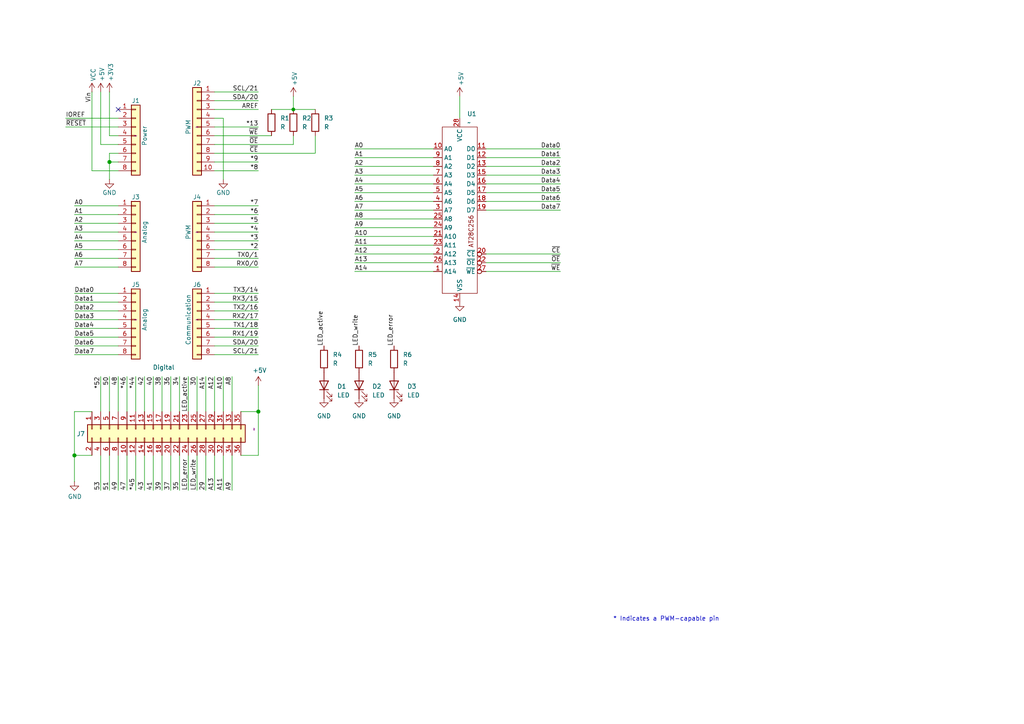
<source format=kicad_sch>
(kicad_sch (version 20250114) (generator "eeschema") (generator_version "9.0")
  (paper "A4")
  (title_block (date "mar. 31 mars 2015"))
  (lib_symbols
    (symbol "Connector_Generic:Conn_01x08" (pin_names (offset 1.016) (hide yes))
      (property "Reference" "J" (at 0 10.16 0))
      (property "Value" "Conn_01x08" (at 0 -12.7 0))
      (symbol "Conn_01x08_1_1"
        (rectangle (start -1.27 8.89) (end 1.27 -11.43) (stroke (width 0.254)) (fill (type background)))
        (rectangle (start -1.27 7.747) (end 0 7.493) (stroke (width 0.1524)))
        (rectangle (start -1.27 5.207) (end 0 4.953) (stroke (width 0.1524)))
        (rectangle (start -1.27 2.667) (end 0 2.413) (stroke (width 0.1524)))
        (rectangle (start -1.27 0.127) (end 0 -0.127) (stroke (width 0.1524)))
        (rectangle (start -1.27 -2.413) (end 0 -2.667) (stroke (width 0.1524)))
        (rectangle (start -1.27 -4.953) (end 0 -5.207) (stroke (width 0.1524)))
        (rectangle (start -1.27 -7.493) (end 0 -7.747) (stroke (width 0.1524)))
        (rectangle (start -1.27 -10.033) (end 0 -10.287) (stroke (width 0.1524)))
        (pin passive line (at -5.08 7.62 0) (length 3.81) (name "Pin_1") (number "1"))
        (pin passive line (at -5.08 5.08 0) (length 3.81) (name "Pin_2") (number "2"))
        (pin passive line (at -5.08 2.54 0) (length 3.81) (name "Pin_3") (number "3"))
        (pin passive line (at -5.08 0 0) (length 3.81) (name "Pin_4") (number "4"))
        (pin passive line (at -5.08 -2.54 0) (length 3.81) (name "Pin_5") (number "5"))
        (pin passive line (at -5.08 -5.08 0) (length 3.81) (name "Pin_6") (number "6"))
        (pin passive line (at -5.08 -7.62 0) (length 3.81) (name "Pin_7") (number "7"))
        (pin passive line (at -5.08 -10.16 0) (length 3.81) (name "Pin_8") (number "8"))
      )
    )
    (symbol "Connector_Generic:Conn_01x10" (pin_names (offset 1.016) (hide yes))
      (property "Reference" "J" (at 0 12.7 0))
      (property "Value" "Conn_01x10" (at 0 -15.24 0))
      (symbol "Conn_01x10_1_1"
        (rectangle (start -1.27 11.43) (end 1.27 -13.97) (stroke (width 0.254)) (fill (type background)))
        (rectangle (start -1.27 10.287) (end 0 10.033) (stroke (width 0.1524)))
        (rectangle (start -1.27 7.747) (end 0 7.493) (stroke (width 0.1524)))
        (rectangle (start -1.27 5.207) (end 0 4.953) (stroke (width 0.1524)))
        (rectangle (start -1.27 2.667) (end 0 2.413) (stroke (width 0.1524)))
        (rectangle (start -1.27 0.127) (end 0 -0.127) (stroke (width 0.1524)))
        (rectangle (start -1.27 -2.413) (end 0 -2.667) (stroke (width 0.1524)))
        (rectangle (start -1.27 -4.953) (end 0 -5.207) (stroke (width 0.1524)))
        (rectangle (start -1.27 -7.493) (end 0 -7.747) (stroke (width 0.1524)))
        (rectangle (start -1.27 -10.033) (end 0 -10.287) (stroke (width 0.1524)))
        (rectangle (start -1.27 -12.573) (end 0 -12.827) (stroke (width 0.1524)))
        (pin passive line (at -5.08 10.16 0) (length 3.81) (name "Pin_1") (number "1"))
        (pin passive line (at -5.08 7.62 0) (length 3.81) (name "Pin_2") (number "2"))
        (pin passive line (at -5.08 5.08 0) (length 3.81) (name "Pin_3") (number "3"))
        (pin passive line (at -5.08 2.54 0) (length 3.81) (name "Pin_4") (number "4"))
        (pin passive line (at -5.08 0 0) (length 3.81) (name "Pin_5") (number "5"))
        (pin passive line (at -5.08 -2.54 0) (length 3.81) (name "Pin_6") (number "6"))
        (pin passive line (at -5.08 -5.08 0) (length 3.81) (name "Pin_7") (number "7"))
        (pin passive line (at -5.08 -7.62 0) (length 3.81) (name "Pin_8") (number "8"))
        (pin passive line (at -5.08 -10.16 0) (length 3.81) (name "Pin_9") (number "9"))
        (pin passive line (at -5.08 -12.7 0) (length 3.81) (name "Pin_10") (number "10"))
      )
    )
    (symbol "Connector_Generic:Conn_02x18_Odd_Even" (pin_names (offset 1.016) (hide yes))
      (property "Reference" "J" (at 1.27 22.86 0))
      (property "Value" "Conn_02x18_Odd_Even" (at 1.27 -25.4 0))
      (symbol "Conn_02x18_Odd_Even_1_1"
        (rectangle (start -1.27 21.59) (end 3.81 -24.13) (stroke (width 0.254)) (fill (type background)))
        (rectangle (start -1.27 20.447) (end 0 20.193) (stroke (width 0.1524)))
        (rectangle (start -1.27 17.907) (end 0 17.653) (stroke (width 0.1524)))
        (rectangle (start -1.27 15.367) (end 0 15.113) (stroke (width 0.1524)))
        (rectangle (start -1.27 12.827) (end 0 12.573) (stroke (width 0.1524)))
        (rectangle (start -1.27 10.287) (end 0 10.033) (stroke (width 0.1524)))
        (rectangle (start -1.27 7.747) (end 0 7.493) (stroke (width 0.1524)))
        (rectangle (start -1.27 5.207) (end 0 4.953) (stroke (width 0.1524)))
        (rectangle (start -1.27 2.667) (end 0 2.413) (stroke (width 0.1524)))
        (rectangle (start -1.27 0.127) (end 0 -0.127) (stroke (width 0.1524)))
        (rectangle (start -1.27 -2.413) (end 0 -2.667) (stroke (width 0.1524)))
        (rectangle (start -1.27 -4.953) (end 0 -5.207) (stroke (width 0.1524)))
        (rectangle (start -1.27 -7.493) (end 0 -7.747) (stroke (width 0.1524)))
        (rectangle (start -1.27 -10.033) (end 0 -10.287) (stroke (width 0.1524)))
        (rectangle (start -1.27 -12.573) (end 0 -12.827) (stroke (width 0.1524)))
        (rectangle (start -1.27 -15.113) (end 0 -15.367) (stroke (width 0.1524)))
        (rectangle (start -1.27 -17.653) (end 0 -17.907) (stroke (width 0.1524)))
        (rectangle (start -1.27 -20.193) (end 0 -20.447) (stroke (width 0.1524)))
        (rectangle (start -1.27 -22.733) (end 0 -22.987) (stroke (width 0.1524)))
        (rectangle (start 3.81 20.447) (end 2.54 20.193) (stroke (width 0.1524)))
        (rectangle (start 3.81 17.907) (end 2.54 17.653) (stroke (width 0.1524)))
        (rectangle (start 3.81 15.367) (end 2.54 15.113) (stroke (width 0.1524)))
        (rectangle (start 3.81 12.827) (end 2.54 12.573) (stroke (width 0.1524)))
        (rectangle (start 3.81 10.287) (end 2.54 10.033) (stroke (width 0.1524)))
        (rectangle (start 3.81 7.747) (end 2.54 7.493) (stroke (width 0.1524)))
        (rectangle (start 3.81 5.207) (end 2.54 4.953) (stroke (width 0.1524)))
        (rectangle (start 3.81 2.667) (end 2.54 2.413) (stroke (width 0.1524)))
        (rectangle (start 3.81 0.127) (end 2.54 -0.127) (stroke (width 0.1524)))
        (rectangle (start 3.81 -2.413) (end 2.54 -2.667) (stroke (width 0.1524)))
        (rectangle (start 3.81 -4.953) (end 2.54 -5.207) (stroke (width 0.1524)))
        (rectangle (start 3.81 -7.493) (end 2.54 -7.747) (stroke (width 0.1524)))
        (rectangle (start 3.81 -10.033) (end 2.54 -10.287) (stroke (width 0.1524)))
        (rectangle (start 3.81 -12.573) (end 2.54 -12.827) (stroke (width 0.1524)))
        (rectangle (start 3.81 -15.113) (end 2.54 -15.367) (stroke (width 0.1524)))
        (rectangle (start 3.81 -17.653) (end 2.54 -17.907) (stroke (width 0.1524)))
        (rectangle (start 3.81 -20.193) (end 2.54 -20.447) (stroke (width 0.1524)))
        (rectangle (start 3.81 -22.733) (end 2.54 -22.987) (stroke (width 0.1524)))
        (pin passive line (at -5.08 20.32 0) (length 3.81) (name "Pin_1") (number "1"))
        (pin passive line (at -5.08 17.78 0) (length 3.81) (name "Pin_3") (number "3"))
        (pin passive line (at -5.08 15.24 0) (length 3.81) (name "Pin_5") (number "5"))
        (pin passive line (at -5.08 12.7 0) (length 3.81) (name "Pin_7") (number "7"))
        (pin passive line (at -5.08 10.16 0) (length 3.81) (name "Pin_9") (number "9"))
        (pin passive line (at -5.08 7.62 0) (length 3.81) (name "Pin_11") (number "11"))
        (pin passive line (at -5.08 5.08 0) (length 3.81) (name "Pin_13") (number "13"))
        (pin passive line (at -5.08 2.54 0) (length 3.81) (name "Pin_15") (number "15"))
        (pin passive line (at -5.08 0 0) (length 3.81) (name "Pin_17") (number "17"))
        (pin passive line (at -5.08 -2.54 0) (length 3.81) (name "Pin_19") (number "19"))
        (pin passive line (at -5.08 -5.08 0) (length 3.81) (name "Pin_21") (number "21"))
        (pin passive line (at -5.08 -7.62 0) (length 3.81) (name "Pin_23") (number "23"))
        (pin passive line (at -5.08 -10.16 0) (length 3.81) (name "Pin_25") (number "25"))
        (pin passive line (at -5.08 -12.7 0) (length 3.81) (name "Pin_27") (number "27"))
        (pin passive line (at -5.08 -15.24 0) (length 3.81) (name "Pin_29") (number "29"))
        (pin passive line (at -5.08 -17.78 0) (length 3.81) (name "Pin_31") (number "31"))
        (pin passive line (at -5.08 -20.32 0) (length 3.81) (name "Pin_33") (number "33"))
        (pin passive line (at -5.08 -22.86 0) (length 3.81) (name "Pin_35") (number "35"))
        (pin passive line (at 7.62 20.32 180) (length 3.81) (name "Pin_2") (number "2"))
        (pin passive line (at 7.62 17.78 180) (length 3.81) (name "Pin_4") (number "4"))
        (pin passive line (at 7.62 15.24 180) (length 3.81) (name "Pin_6") (number "6"))
        (pin passive line (at 7.62 12.7 180) (length 3.81) (name "Pin_8") (number "8"))
        (pin passive line (at 7.62 10.16 180) (length 3.81) (name "Pin_10") (number "10"))
        (pin passive line (at 7.62 7.62 180) (length 3.81) (name "Pin_12") (number "12"))
        (pin passive line (at 7.62 5.08 180) (length 3.81) (name "Pin_14") (number "14"))
        (pin passive line (at 7.62 2.54 180) (length 3.81) (name "Pin_16") (number "16"))
        (pin passive line (at 7.62 0 180) (length 3.81) (name "Pin_18") (number "18"))
        (pin passive line (at 7.62 -2.54 180) (length 3.81) (name "Pin_20") (number "20"))
        (pin passive line (at 7.62 -5.08 180) (length 3.81) (name "Pin_22") (number "22"))
        (pin passive line (at 7.62 -7.62 180) (length 3.81) (name "Pin_24") (number "24"))
        (pin passive line (at 7.62 -10.16 180) (length 3.81) (name "Pin_26") (number "26"))
        (pin passive line (at 7.62 -12.7 180) (length 3.81) (name "Pin_28") (number "28"))
        (pin passive line (at 7.62 -15.24 180) (length 3.81) (name "Pin_30") (number "30"))
        (pin passive line (at 7.62 -17.78 180) (length 3.81) (name "Pin_32") (number "32"))
        (pin passive line (at 7.62 -20.32 180) (length 3.81) (name "Pin_34") (number "34"))
        (pin passive line (at 7.62 -22.86 180) (length 3.81) (name "Pin_36") (number "36"))
      )
    )
    (symbol "Device:LED" (pin_numbers (hide yes)) (pin_names (offset 1.016) (hide yes))
      (property "Reference" "D" (at 0 2.54 0))
      (property "Value" "LED" (at 0 -2.54 0))
      (symbol "LED_0_1"
        (polyline (pts (xy -3.048 -0.762) (xy -4.572 -2.286) (xy -3.81 -2.286) (xy -4.572 -2.286) (xy -4.572 -1.524)))
        (polyline (pts (xy -1.778 -0.762) (xy -3.302 -2.286) (xy -2.54 -2.286) (xy -3.302 -2.286) (xy -3.302 -1.524)))
        (polyline (pts (xy -1.27 0) (xy 1.27 0)))
        (polyline (pts (xy -1.27 -1.27) (xy -1.27 1.27)) (stroke (width 0.254)))
        (polyline (pts (xy 1.27 -1.27) (xy 1.27 1.27) (xy -1.27 0) (xy 1.27 -1.27)) (stroke (width 0.254)))
      )
      (symbol "LED_1_1"
        (pin passive line (at -3.81 0 0) (length 2.54) (name "K") (number "1"))
        (pin passive line (at 3.81 0 180) (length 2.54) (name "A") (number "2"))
      )
    )
    (symbol "Device:R" (pin_numbers (hide yes)) (pin_names (offset 0))
      (property "Reference" "R" (at 2.032 0 90))
      (property "Value" "R" (at 0 0 90))
      (symbol "R_0_1"
        (rectangle (start -1.016 -2.54) (end 1.016 2.54) (stroke (width 0.254)))
      )
      (symbol "R_1_1"
        (pin passive line (at 0 3.81 270) (length 1.27) (name "~") (number "1"))
        (pin passive line (at 0 -3.81 90) (length 1.27) (name "~") (number "2"))
      )
    )
    (symbol "customs:AT28C256"
      (property "Reference" "U" (at 0 0 0))
      (symbol "AT28C256_0_0"
        (pin input line (at -7.62 -11.43 0) (length 2.54) (name "A0") (number "10"))
        (pin input line (at -7.62 -13.97 0) (length 2.54) (name "A1") (number "9"))
        (pin input line (at -7.62 -16.51 0) (length 2.54) (name "A2") (number "8"))
        (pin input line (at -7.62 -19.05 0) (length 2.54) (name "A3") (number "7"))
        (pin input line (at -7.62 -21.59 0) (length 2.54) (name "A4") (number "6"))
        (pin input line (at -7.62 -24.13 0) (length 2.54) (name "A5") (number "5"))
        (pin input line (at -7.62 -26.67 0) (length 2.54) (name "A6") (number "4"))
        (pin input line (at -7.62 -29.21 0) (length 2.54) (name "A7") (number "3"))
        (pin input line (at -7.62 -31.75 0) (length 2.54) (name "A8") (number "25"))
        (pin input line (at -7.62 -34.29 0) (length 2.54) (name "A9") (number "24"))
        (pin input line (at -7.62 -36.83 0) (length 2.54) (name "A10") (number "21"))
        (pin input line (at -7.62 -39.37 0) (length 2.54) (name "A11") (number "23"))
        (pin input line (at -7.62 -41.91 0) (length 2.54) (name "A12") (number "2"))
        (pin power_in line (at 0 -2.54 270) (length 2.54) (name "VCC") (number "28"))
        (pin tri_state line (at 7.62 -11.43 180) (length 2.54) (name "D0") (number "11"))
        (pin tri_state line (at 7.62 -13.97 180) (length 2.54) (name "D1") (number "12"))
        (pin tri_state line (at 7.62 -16.51 180) (length 2.54) (name "D2") (number "13"))
        (pin tri_state line (at 7.62 -19.05 180) (length 2.54) (name "D3") (number "15"))
        (pin tri_state line (at 7.62 -21.59 180) (length 2.54) (name "D4") (number "16"))
        (pin tri_state line (at 7.62 -24.13 180) (length 2.54) (name "D5") (number "17"))
        (pin tri_state line (at 7.62 -26.67 180) (length 2.54) (name "D6") (number "18"))
        (pin tri_state line (at 7.62 -29.21 180) (length 2.54) (name "D7") (number "19"))
        (pin input inverted (at 7.62 -44.45 180) (length 2.54) (name "~{OE}") (number "22"))
        (pin input inverted (at 7.62 -46.99 180) (length 2.54) (name "~{WE}") (number "27"))
      )
      (symbol "AT28C256_0_1"
        (rectangle (start -5.08 -5.08) (end 5.08 -53.34))
      )
      (symbol "AT28C256_1_0"
        (pin input line (at -7.62 -44.45 0) (length 2.54) (name "A13") (number "26"))
        (pin input line (at -7.62 -46.99 0) (length 2.54) (name "A14") (number "1"))
        (pin power_in line (at 0 -55.88 90) (length 2.54) (name "VSS") (number "14"))
        (pin input inverted (at 7.62 -41.91 180) (length 2.54) (name "~{CE}") (number "20"))
      )
      (symbol "AT28C256_1_1"
        (text "AT28C256" (at 3.302 -35.306 900) (effects (font (size 1.27 1.27))))
      )
    )
    (symbol "power:+3V3" (power) (pin_numbers (hide yes)) (pin_names (offset 0) (hide yes))
      (property "Value" "+3V3" (at 0 3.556 0))
      (symbol "+3V3_0_1"
        (polyline (pts (xy -0.762 1.27) (xy 0 2.54)))
        (polyline (pts (xy 0 2.54) (xy 0.762 1.27)))
        (polyline (pts (xy 0 0) (xy 0 2.54)))
      )
      (symbol "+3V3_1_1"
        (pin power_in line (at 0 0 90) (length 0) (name "~") (number "1"))
      )
    )
    (symbol "power:+5V" (power) (pin_numbers (hide yes)) (pin_names (offset 0) (hide yes))
      (property "Value" "+5V" (at 0 3.556 0))
      (symbol "+5V_0_1"
        (polyline (pts (xy -0.762 1.27) (xy 0 2.54)))
        (polyline (pts (xy 0 2.54) (xy 0.762 1.27)))
        (polyline (pts (xy 0 0) (xy 0 2.54)))
      )
      (symbol "+5V_1_1"
        (pin power_in line (at 0 0 90) (length 0) (name "~") (number "1"))
      )
    )
    (symbol "power:GND" (power) (pin_numbers (hide yes)) (pin_names (offset 0) (hide yes))
      (property "Value" "GND" (at 0 -3.81 0))
      (symbol "GND_0_1"
        (polyline (pts (xy 0 0) (xy 0 -1.27) (xy 1.27 -1.27) (xy 0 -2.54) (xy -1.27 -1.27) (xy 0 -1.27)))
      )
      (symbol "GND_1_1"
        (pin power_in line (at 0 0 270) (length 0) (name "~") (number "1"))
      )
    )
    (symbol "power:VCC" (power) (pin_numbers (hide yes)) (pin_names (offset 0) (hide yes))
      (property "Value" "VCC" (at 0 3.556 0))
      (symbol "VCC_0_1"
        (polyline (pts (xy -0.762 1.27) (xy 0 2.54)))
        (polyline (pts (xy 0 2.54) (xy 0.762 1.27)))
        (polyline (pts (xy 0 0) (xy 0 2.54)))
      )
      (symbol "VCC_1_1"
        (pin power_in line (at 0 0 90) (length 0) (name "~") (number "1"))
      )
    )
  )
  (text "* Indicates a PWM-capable pin" (at 177.8 180.34 0) (effects (font (size 1.27 1.27)) (justify left bottom)))
  (junction (at 21.59 132.08) (diameter 1.016))
  (junction (at 31.75 46.99) (diameter 1.016))
  (junction (at 74.93 119.38) (diameter 1.016))
  (junction (at 85.09 31.75))
  (no_connect (at 34.29 31.75))
  (wire (pts (xy 62.23 77.47) (xy 74.93 77.47)))
  (wire (pts (xy 85.09 41.91) (xy 85.09 39.37)))
  (wire (pts (xy 21.59 77.47) (xy 34.29 77.47)))
  (wire (pts (xy 140.97 53.34) (xy 162.56 53.34)))
  (wire (pts (xy 102.87 68.58) (xy 125.73 68.58)))
  (wire (pts (xy 62.23 44.45) (xy 91.44 44.45)))
  (wire (pts (xy 44.45 109.22) (xy 44.45 119.38)))
  (wire (pts (xy 91.44 39.37) (xy 91.44 44.45)))
  (wire (pts (xy 102.87 50.8) (xy 125.73 50.8)))
  (wire (pts (xy 62.23 26.67) (xy 74.93 26.67)))
  (wire (pts (xy 102.87 71.12) (xy 125.73 71.12)))
  (wire (pts (xy 46.99 109.22) (xy 46.99 119.38)))
  (wire (pts (xy 74.93 119.38) (xy 74.93 132.08)))
  (wire (pts (xy 26.67 119.38) (xy 21.59 119.38)))
  (wire (pts (xy 62.23 90.17) (xy 74.93 90.17)))
  (wire (pts (xy 31.75 44.45) (xy 31.75 46.99)))
  (wire (pts (xy 49.53 132.08) (xy 49.53 142.24)))
  (wire (pts (xy 21.59 72.39) (xy 34.29 72.39)))
  (wire (pts (xy 54.61 109.22) (xy 54.61 119.38)))
  (wire (pts (xy 31.75 109.22) (xy 31.75 119.38)))
  (wire (pts (xy 67.31 109.22) (xy 67.31 119.38)))
  (wire (pts (xy 85.09 27.94) (xy 85.09 31.75)))
  (wire (pts (xy 31.75 46.99) (xy 31.75 52.07)))
  (wire (pts (xy 62.23 132.08) (xy 62.23 142.24)))
  (wire (pts (xy 31.75 39.37) (xy 34.29 39.37)))
  (wire (pts (xy 41.91 109.22) (xy 41.91 119.38)))
  (wire (pts (xy 29.21 41.91) (xy 34.29 41.91)))
  (wire (pts (xy 52.07 132.08) (xy 52.07 142.24)))
  (wire (pts (xy 102.87 63.5) (xy 125.73 63.5)))
  (wire (pts (xy 29.21 26.67) (xy 29.21 41.91)))
  (wire (pts (xy 21.59 102.87) (xy 34.29 102.87)))
  (wire (pts (xy 36.83 132.08) (xy 36.83 142.24)))
  (wire (pts (xy 59.69 132.08) (xy 59.69 142.24)))
  (wire (pts (xy 62.23 36.83) (xy 74.93 36.83)))
  (wire (pts (xy 31.75 26.67) (xy 31.75 39.37)))
  (wire (pts (xy 62.23 59.69) (xy 74.93 59.69)))
  (wire (pts (xy 34.29 59.69) (xy 21.59 59.69)))
  (wire (pts (xy 62.23 39.37) (xy 78.74 39.37)))
  (wire (pts (xy 34.29 100.33) (xy 21.59 100.33)))
  (wire (pts (xy 62.23 62.23) (xy 74.93 62.23)))
  (wire (pts (xy 62.23 97.79) (xy 74.93 97.79)))
  (wire (pts (xy 162.56 73.66) (xy 140.97 73.66)))
  (wire (pts (xy 102.87 58.42) (xy 125.73 58.42)))
  (wire (pts (xy 52.07 109.22) (xy 52.07 119.38)))
  (wire (pts (xy 21.59 119.38) (xy 21.59 132.08)))
  (wire (pts (xy 36.83 109.22) (xy 36.83 119.38)))
  (wire (pts (xy 26.67 132.08) (xy 21.59 132.08)))
  (wire (pts (xy 62.23 46.99) (xy 74.93 46.99)))
  (wire (pts (xy 59.69 109.22) (xy 59.69 119.38)))
  (wire (pts (xy 57.15 109.22) (xy 57.15 119.38)))
  (wire (pts (xy 39.37 132.08) (xy 39.37 142.24)))
  (wire (pts (xy 57.15 132.08) (xy 57.15 142.24)))
  (wire (pts (xy 34.29 132.08) (xy 34.29 142.24)))
  (wire (pts (xy 64.77 109.22) (xy 64.77 119.38)))
  (wire (pts (xy 62.23 67.31) (xy 74.93 67.31)))
  (wire (pts (xy 44.45 132.08) (xy 44.45 142.24)))
  (wire (pts (xy 102.87 55.88) (xy 125.73 55.88)))
  (wire (pts (xy 102.87 66.04) (xy 125.73 66.04)))
  (wire (pts (xy 39.37 109.22) (xy 39.37 119.38)))
  (wire (pts (xy 19.05 34.29) (xy 34.29 34.29)))
  (wire (pts (xy 102.87 76.2) (xy 125.73 76.2)))
  (wire (pts (xy 62.23 87.63) (xy 74.93 87.63)))
  (wire (pts (xy 74.93 111.76) (xy 74.93 119.38)))
  (wire (pts (xy 102.87 48.26) (xy 125.73 48.26)))
  (wire (pts (xy 64.77 34.29) (xy 64.77 52.07)))
  (wire (pts (xy 140.97 45.72) (xy 162.56 45.72)))
  (wire (pts (xy 62.23 102.87) (xy 74.93 102.87)))
  (wire (pts (xy 62.23 31.75) (xy 74.93 31.75)))
  (wire (pts (xy 69.85 119.38) (xy 74.93 119.38)))
  (wire (pts (xy 62.23 95.25) (xy 74.93 95.25)))
  (wire (pts (xy 162.56 76.2) (xy 140.97 76.2)))
  (wire (pts (xy 102.87 60.96) (xy 125.73 60.96)))
  (wire (pts (xy 21.59 92.71) (xy 34.29 92.71)))
  (wire (pts (xy 85.09 31.75) (xy 91.44 31.75)))
  (wire (pts (xy 102.87 53.34) (xy 125.73 53.34)))
  (wire (pts (xy 34.29 64.77) (xy 21.59 64.77)))
  (wire (pts (xy 19.05 36.83) (xy 34.29 36.83)))
  (wire (pts (xy 62.23 85.09) (xy 74.93 85.09)))
  (wire (pts (xy 34.29 46.99) (xy 31.75 46.99)))
  (wire (pts (xy 102.87 45.72) (xy 125.73 45.72)))
  (wire (pts (xy 34.29 49.53) (xy 26.67 49.53)))
  (wire (pts (xy 29.21 109.22) (xy 29.21 119.38)))
  (wire (pts (xy 21.59 62.23) (xy 34.29 62.23)))
  (wire (pts (xy 102.87 73.66) (xy 125.73 73.66)))
  (wire (pts (xy 31.75 132.08) (xy 31.75 142.24)))
  (wire (pts (xy 102.87 43.18) (xy 125.73 43.18)))
  (wire (pts (xy 54.61 132.08) (xy 54.61 142.24)))
  (wire (pts (xy 34.29 90.17) (xy 21.59 90.17)))
  (wire (pts (xy 140.97 50.8) (xy 162.56 50.8)))
  (wire (pts (xy 29.21 132.08) (xy 29.21 142.24)))
  (wire (pts (xy 62.23 92.71) (xy 74.93 92.71)))
  (wire (pts (xy 62.23 34.29) (xy 64.77 34.29)))
  (wire (pts (xy 46.99 132.08) (xy 46.99 142.24)))
  (wire (pts (xy 34.29 44.45) (xy 31.75 44.45)))
  (wire (pts (xy 21.59 97.79) (xy 34.29 97.79)))
  (wire (pts (xy 62.23 109.22) (xy 62.23 119.38)))
  (wire (pts (xy 140.97 43.18) (xy 162.56 43.18)))
  (wire (pts (xy 62.23 41.91) (xy 85.09 41.91)))
  (wire (pts (xy 49.53 109.22) (xy 49.53 119.38)))
  (wire (pts (xy 78.74 31.75) (xy 85.09 31.75)))
  (wire (pts (xy 21.59 87.63) (xy 34.29 87.63)))
  (wire (pts (xy 102.87 78.74) (xy 125.73 78.74)))
  (wire (pts (xy 140.97 48.26) (xy 162.56 48.26)))
  (wire (pts (xy 62.23 64.77) (xy 74.93 64.77)))
  (wire (pts (xy 133.35 27.94) (xy 133.35 34.29)))
  (wire (pts (xy 21.59 67.31) (xy 34.29 67.31)))
  (wire (pts (xy 34.29 109.22) (xy 34.29 119.38)))
  (wire (pts (xy 62.23 100.33) (xy 74.93 100.33)))
  (wire (pts (xy 74.93 132.08) (xy 69.85 132.08)))
  (wire (pts (xy 34.29 85.09) (xy 21.59 85.09)))
  (wire (pts (xy 67.31 132.08) (xy 67.31 142.24)))
  (wire (pts (xy 140.97 55.88) (xy 162.56 55.88)))
  (wire (pts (xy 62.23 29.21) (xy 74.93 29.21)))
  (wire (pts (xy 64.77 132.08) (xy 64.77 142.24)))
  (wire (pts (xy 62.23 72.39) (xy 74.93 72.39)))
  (wire (pts (xy 62.23 69.85) (xy 74.93 69.85)))
  (wire (pts (xy 140.97 58.42) (xy 162.56 58.42)))
  (wire (pts (xy 41.91 132.08) (xy 41.91 142.24)))
  (wire (pts (xy 62.23 74.93) (xy 74.93 74.93)))
  (wire (pts (xy 34.29 95.25) (xy 21.59 95.25)))
  (wire (pts (xy 26.67 49.53) (xy 26.67 26.67)))
  (wire (pts (xy 21.59 132.08) (xy 21.59 139.7)))
  (wire (pts (xy 162.56 78.74) (xy 140.97 78.74)))
  (wire (pts (xy 34.29 74.93) (xy 21.59 74.93)))
  (wire (pts (xy 140.97 60.96) (xy 162.56 60.96)))
  (wire (pts (xy 34.29 69.85) (xy 21.59 69.85)))
  (wire (pts (xy 62.23 49.53) (xy 74.93 49.53)))
  (label "Data2" (at 21.59 90.17 0))
  (label "A0" (at 102.87 43.18 0))
  (label "RX0{slash}0" (at 74.93 77.47 180))
  (label "Data7" (at 21.59 102.87 0))
  (label "A12" (at 102.87 73.66 0))
  (label "A2" (at 21.59 64.77 0))
  (label "RX2{slash}17" (at 74.93 92.71 180))
  (label "A4" (at 102.87 53.34 0))
  (label "*4" (at 74.93 67.31 180))
  (label "SDA{slash}20" (at 74.93 100.33 180))
  (label "A12" (at 62.23 109.22 270))
  (label "LED_write" (at 57.15 142.24 90))
  (label "LED_error" (at 114.3 100.33 90))
  (label "A8" (at 67.31 109.22 270))
  (label "LED_error" (at 54.61 142.24 90))
  (label "36" (at 49.53 109.22 270))
  (label "*2" (at 74.93 72.39 180))
  (label "TX1{slash}18" (at 74.93 95.25 180))
  (label "*44" (at 39.37 109.22 270))
  (label "A3" (at 21.59 67.31 0))
  (label "*13" (at 74.93 36.83 180))
  (label "*52" (at 29.21 109.22 270))
  (label "~{WE}" (at 74.93 39.37 180))
  (label "40" (at 44.45 109.22 270))
  (label "~{RESET}" (at 19.05 36.83 0))
  (label "35" (at 52.07 142.24 90))
  (label "~{CE}" (at 74.93 44.45 180))
  (label "Data2" (at 162.56 48.26 180))
  (label "~{CE}" (at 162.56 73.66 180))
  (label "A11" (at 102.87 71.12 0))
  (label "A14" (at 59.69 109.22 270))
  (label "A9" (at 67.31 142.24 90))
  (label "A7" (at 102.87 60.96 0))
  (label "29" (at 59.69 142.24 90))
  (label "Data5" (at 21.59 97.79 0))
  (label "LED_active" (at 93.98 100.33 90))
  (label "A2" (at 102.87 48.26 0))
  (label "41" (at 44.45 142.24 90))
  (label "30" (at 57.15 109.22 270))
  (label "47" (at 36.83 142.24 90))
  (label "34" (at 52.07 109.22 270))
  (label "Data4" (at 162.56 53.34 180))
  (label "*45" (at 39.37 142.24 90))
  (label "38" (at 46.99 109.22 270))
  (label "A10" (at 102.87 68.58 0))
  (label "51" (at 31.75 142.24 90))
  (label "A3" (at 102.87 50.8 0))
  (label "*7" (at 74.93 59.69 180))
  (label "SDA{slash}20" (at 74.93 29.21 180))
  (label "*8" (at 74.93 49.53 180))
  (label "Data5" (at 162.56 55.88 180))
  (label "A9" (at 102.87 66.04 0))
  (label "Data1" (at 21.59 87.63 0))
  (label "A13" (at 102.87 76.2 0))
  (label "~{OE}" (at 74.93 41.91 180))
  (label "*3" (at 74.93 69.85 180))
  (label "A1" (at 102.87 45.72 0))
  (label "A6" (at 21.59 74.93 0))
  (label "~{WE}" (at 162.56 78.74 180))
  (label "Data1" (at 162.56 45.72 180))
  (label "42" (at 41.91 109.22 270))
  (label "A1" (at 21.59 62.23 0))
  (label "53" (at 29.21 142.24 90))
  (label "TX0{slash}1" (at 74.93 74.93 180))
  (label "A10" (at 64.77 109.22 270))
  (label "RX1{slash}19" (at 74.93 97.79 180))
  (label "A0" (at 21.59 59.69 0))
  (label "AREF" (at 74.93 31.75 180))
  (label "Data6" (at 21.59 100.33 0))
  (label "39" (at 46.99 142.24 90))
  (label "Data0" (at 21.59 85.09 0))
  (label "Vin" (at 26.67 26.67 270))
  (label "A13" (at 62.23 142.24 90))
  (label "37" (at 49.53 142.24 90))
  (label "A11" (at 64.77 142.24 90))
  (label "*6" (at 74.93 62.23 180))
  (label "*46" (at 36.83 109.22 270))
  (label "Data7" (at 162.56 60.96 180))
  (label "SCL{slash}21" (at 74.93 26.67 180))
  (label "*9" (at 74.93 46.99 180))
  (label "50" (at 31.75 109.22 270))
  (label "TX2{slash}16" (at 74.93 90.17 180))
  (label "*5" (at 74.93 64.77 180))
  (label "Data3" (at 162.56 50.8 180))
  (label "A8" (at 102.87 63.5 0))
  (label "IOREF" (at 19.05 34.29 0))
  (label "A7" (at 21.59 77.47 0))
  (label "Data3" (at 21.59 92.71 0))
  (label "A4" (at 21.59 69.85 0))
  (label "49" (at 34.29 142.24 90))
  (label "A5" (at 21.59 72.39 0))
  (label "RX3{slash}15" (at 74.93 87.63 180))
  (label "TX3{slash}14" (at 74.93 85.09 180))
  (label "A5" (at 102.87 55.88 0))
  (label "LED_write" (at 104.14 100.33 90))
  (label "~{OE}" (at 162.56 76.2 180))
  (label "Data0" (at 162.56 43.18 180))
  (label "LED_active" (at 54.61 109.22 270))
  (label "43" (at 41.91 142.24 90))
  (label "A6" (at 102.87 58.42 0))
  (label "A14" (at 102.87 78.74 0))
  (label "Data6" (at 162.56 58.42 180))
  (label "Data4" (at 21.59 95.25 0))
  (label "SCL{slash}21" (at 74.93 102.87 180))
  (label "48" (at 34.29 109.22 270))
  (symbol (lib_id "Connector_Generic:Conn_01x08") (at 39.37 39.37 0) (unit 1)
    (property "Reference" "J1" (at 39.37 29.21 0))
    (property "Value" "Power" (at 41.91 39.37 90))
    (property "Footprint" "Connector_PinSocket_2.54mm:PinSocket_1x08_P2.54mm_Vertical" (effects (hide yes)))
    (property "Datasheet" "~" (at 39.37 39.37 0))
    (property "Description" "Generic connector, single row, 01x08, script generated (kicad-library-utils/schlib/autogen/connector/)" (effects (hide yes)))
  )
  (symbol (lib_id "power:+3V3") (at 31.75 26.67 0) (unit 1)
    (property "Reference" "#PWR03" (effects (hide yes)))
    (property "Value" "+3V3" (at 32.131 23.622 90) (effects (justify left)))
    (property "Description" "Power symbol creates a global label with name \"+3V3\"" (effects (hide yes)))
  )
  (symbol (lib_id "power:+5V") (at 29.21 26.67 0) (unit 1)
    (property "Reference" "#PWR02" (effects (hide yes)))
    (property "Value" "+5V" (at 29.5656 23.622 90) (effects (justify left)))
    (property "Description" "Power symbol creates a global label with name \"+5V\"" (effects (hide yes)))
  )
  (symbol (lib_id "power:GND") (at 31.75 52.07 0) (unit 1)
    (property "Reference" "#PWR04" (effects (hide yes)))
    (property "Value" "GND" (at 31.75 55.88 0))
    (property "Description" "Power symbol creates a global label with name \"GND\" , ground" (effects (hide yes)))
  )
  (symbol (lib_id "Connector_Generic:Conn_01x10") (at 57.15 36.83 0) (mirror y) (unit 1)
    (property "Reference" "J2" (at 57.15 24.13 0))
    (property "Value" "PWM" (at 54.61 36.83 90))
    (property "Footprint" "Connector_PinSocket_2.54mm:PinSocket_1x10_P2.54mm_Vertical" (effects (hide yes)))
    (property "Datasheet" "~" (at 57.15 36.83 0))
    (property "Description" "Generic connector, single row, 01x10, script generated (kicad-library-utils/schlib/autogen/connector/)" (effects (hide yes)))
  )
  (symbol (lib_id "power:GND") (at 64.77 52.07 0) (unit 1)
    (property "Reference" "#PWR05" (effects (hide yes)))
    (property "Value" "GND" (at 64.77 55.88 0))
    (property "Description" "Power symbol creates a global label with name \"GND\" , ground" (effects (hide yes)))
  )
  (symbol (lib_id "Connector_Generic:Conn_01x08") (at 39.37 67.31 0) (unit 1)
    (property "Reference" "J3" (at 39.37 57.15 0))
    (property "Value" "Analog" (at 41.91 67.31 90))
    (property "Footprint" "Connector_PinSocket_2.54mm:PinSocket_1x08_P2.54mm_Vertical" (effects (hide yes)))
    (property "Datasheet" "~" (at 39.37 67.31 0))
    (property "Description" "Generic connector, single row, 01x08, script generated (kicad-library-utils/schlib/autogen/connector/)" (effects (hide yes)))
  )
  (symbol (lib_id "Connector_Generic:Conn_01x08") (at 57.15 67.31 0) (mirror y) (unit 1)
    (property "Reference" "J4" (at 57.15 57.15 0))
    (property "Value" "PWM" (at 54.61 67.31 90))
    (property "Footprint" "Connector_PinSocket_2.54mm:PinSocket_1x08_P2.54mm_Vertical" (effects (hide yes)))
    (property "Datasheet" "~" (at 57.15 67.31 0))
    (property "Description" "Generic connector, single row, 01x08, script generated (kicad-library-utils/schlib/autogen/connector/)" (effects (hide yes)))
  )
  (symbol (lib_id "Connector_Generic:Conn_01x08") (at 39.37 92.71 0) (unit 1)
    (property "Reference" "J5" (at 39.37 82.55 0))
    (property "Value" "Analog" (at 41.91 92.71 90))
    (property "Footprint" "Connector_PinSocket_2.54mm:PinSocket_1x08_P2.54mm_Vertical" (effects (hide yes)))
    (property "Datasheet" "~" (at 39.37 92.71 0))
    (property "Description" "Generic connector, single row, 01x08, script generated (kicad-library-utils/schlib/autogen/connector/)" (effects (hide yes)))
  )
  (symbol (lib_id "Connector_Generic:Conn_01x08") (at 57.15 92.71 0) (mirror y) (unit 1)
    (property "Reference" "J6" (at 57.15 82.55 0))
    (property "Value" "Communication" (at 54.61 92.71 90))
    (property "Footprint" "Connector_PinSocket_2.54mm:PinSocket_1x08_P2.54mm_Vertical" (effects (hide yes)))
    (property "Datasheet" "~" (at 57.15 92.71 0))
    (property "Description" "Generic connector, single row, 01x08, script generated (kicad-library-utils/schlib/autogen/connector/)" (effects (hide yes)))
  )
  (symbol (lib_id "Connector_Generic:Conn_02x18_Odd_Even") (at 46.99 124.46 90) (mirror x) (unit 1)
    (property "Reference" "J7" (at 24.6379 125.8506 90) (effects (justify left)))
    (property "Value" "Digital" (at 47.498 106.553 90))
    (property "Footprint" "Connector_PinSocket_2.54mm:PinSocket_2x18_P2.54mm_Vertical" (effects (hide yes)))
    (property "Datasheet" "~" (at 73.66 124.46 0))
    (property "Description" "Generic connector, double row, 02x18, odd/even pin numbering scheme (row 1 odd numbers, row 2 even numbers), script generated (kicad-library-utils/schlib/autogen/connector/)" (effects (hide yes)))
  )
  (symbol (lib_id "power:GND") (at 21.59 139.7 0) (unit 1)
    (property "Reference" "#PWR07" (effects (hide yes)))
    (property "Value" "GND" (at 21.7043 144.0244 0))
    (property "Description" "Power symbol creates a global label with name \"GND\" , ground" (effects (hide yes)))
  )
  (symbol (lib_id "power:+5V") (at 74.93 111.76 0) (unit 1)
    (property "Reference" "#PWR06" (effects (hide yes)))
    (property "Value" "+5V" (at 75.2983 107.4356 0))
    (property "Description" "Power symbol creates a global label with name \"+5V\"" (effects (hide yes)))
  )
  (symbol (lib_id "Device:R") (at 78.74 35.56 0) (unit 1)
    (property "Reference" "R1" (at 81.28 34.2899 0) (effects (justify left)))
    (property "Value" "R" (at 81.28 36.8299 0) (effects (justify left)))
    (property "Footprint" "Resistor_SMD:R_0603_1608Metric" (effects (hide yes)))
    (property "Description" "Resistor" (effects (hide yes)))
  )
  (symbol (lib_id "power:GND") (at 114.3 115.57 0) (unit 1)
    (property "Reference" "#PWR013" (effects (hide yes)))
    (property "Value" "GND" (at 114.3 120.65 0))
    (property "Description" "Power symbol creates a global label with name \"GND\" , ground" (effects (hide yes)))
  )
  (symbol (lib_id "Device:R") (at 104.14 104.14 0) (unit 1)
    (property "Reference" "R5" (at 106.68 102.8699 0) (effects (justify left)))
    (property "Value" "R" (at 106.68 105.4099 0) (effects (justify left)))
    (property "Footprint" "Resistor_SMD:R_0603_1608Metric" (effects (hide yes)))
    (property "Description" "Resistor" (effects (hide yes)))
  )
  (symbol (lib_id "Device:R") (at 85.09 35.56 0) (unit 1)
    (property "Reference" "R2" (at 87.63 34.2899 0) (effects (justify left)))
    (property "Value" "R" (at 87.63 36.8299 0) (effects (justify left)))
    (property "Footprint" "Resistor_SMD:R_0603_1608Metric" (effects (hide yes)))
    (property "Description" "Resistor" (effects (hide yes)))
  )
  (symbol (lib_id "Device:R") (at 114.3 104.14 0) (unit 1)
    (property "Reference" "R6" (at 116.84 102.8699 0) (effects (justify left)))
    (property "Value" "R" (at 116.84 105.4099 0) (effects (justify left)))
    (property "Footprint" "Resistor_SMD:R_0603_1608Metric" (effects (hide yes)))
    (property "Description" "Resistor" (effects (hide yes)))
  )
  (symbol (lib_id "customs:AT28C256") (at 133.35 31.75 0) (unit 1)
    (property "Reference" "U1" (at 135.4933 33.02 0) (effects (justify left)))
    (property "Value" "~" (at 135.4933 35.56 0) (effects (justify left)))
    (property "Footprint" "Package_DIP:DIP-28_W15.24mm_Socket_LongPads" (effects (hide yes)))
  )
  (symbol (lib_id "power:VCC") (at 26.67 26.67 0) (unit 1)
    (property "Reference" "#PWR01" (effects (hide yes)))
    (property "Value" "VCC" (at 27.051 23.622 90) (effects (justify left)))
    (property "Description" "Power symbol creates a global label with name \"VCC\"" (effects (hide yes)))
  )
  (symbol (lib_id "power:GND") (at 93.98 115.57 0) (unit 1)
    (property "Reference" "#PWR011" (effects (hide yes)))
    (property "Value" "GND" (at 93.98 120.65 0))
    (property "Description" "Power symbol creates a global label with name \"GND\" , ground" (effects (hide yes)))
  )
  (symbol (lib_id "Device:R") (at 91.44 35.56 0) (unit 1)
    (property "Reference" "R3" (at 93.98 34.2899 0) (effects (justify left)))
    (property "Value" "R" (at 93.98 36.8299 0) (effects (justify left)))
    (property "Footprint" "Resistor_SMD:R_0603_1608Metric" (effects (hide yes)))
    (property "Description" "Resistor" (effects (hide yes)))
  )
  (symbol (lib_id "Device:R") (at 93.98 104.14 0) (unit 1)
    (property "Reference" "R4" (at 96.52 102.8699 0) (effects (justify left)))
    (property "Value" "R" (at 96.52 105.4099 0) (effects (justify left)))
    (property "Footprint" "Resistor_SMD:R_0603_1608Metric" (effects (hide yes)))
    (property "Description" "Resistor" (effects (hide yes)))
  )
  (symbol (lib_id "power:GND") (at 104.14 115.57 0) (unit 1)
    (property "Reference" "#PWR012" (effects (hide yes)))
    (property "Value" "GND" (at 104.14 120.65 0))
    (property "Description" "Power symbol creates a global label with name \"GND\" , ground" (effects (hide yes)))
  )
  (symbol (lib_id "power:+5V") (at 85.09 27.94 0) (unit 1)
    (property "Reference" "#PWR08" (effects (hide yes)))
    (property "Value" "+5V" (at 85.4456 24.892 90) (effects (justify left)))
    (property "Description" "Power symbol creates a global label with name \"+5V\"" (effects (hide yes)))
  )
  (symbol (lib_id "power:+5V") (at 133.35 27.94 0) (unit 1)
    (property "Reference" "#PWR09" (effects (hide yes)))
    (property "Value" "+5V" (at 133.7056 24.892 90) (effects (justify left)))
    (property "Description" "Power symbol creates a global label with name \"+5V\"" (effects (hide yes)))
  )
  (symbol (lib_id "Device:LED") (at 104.14 111.76 90) (unit 1)
    (property "Reference" "D2" (at 107.95 112.0774 90) (effects (justify right)))
    (property "Value" "LED" (at 107.95 114.6174 90) (effects (justify right)))
    (property "Footprint" "LED_SMD:LED_0603_1608Metric" (effects (hide yes)))
    (property "Description" "Light emitting diode" (effects (hide yes)))
    (property "Sim.Pins" "1=K 2=A" (effects (hide yes)))
  )
  (symbol (lib_id "power:GND") (at 133.35 87.63 0) (unit 1)
    (property "Reference" "#PWR010" (effects (hide yes)))
    (property "Value" "GND" (at 133.35 92.71 0))
    (property "Description" "Power symbol creates a global label with name \"GND\" , ground" (effects (hide yes)))
  )
  (symbol (lib_id "Device:LED") (at 114.3 111.76 90) (unit 1)
    (property "Reference" "D3" (at 118.11 112.0774 90) (effects (justify right)))
    (property "Value" "LED" (at 118.11 114.6174 90) (effects (justify right)))
    (property "Footprint" "LED_SMD:LED_0603_1608Metric" (effects (hide yes)))
    (property "Description" "Light emitting diode" (effects (hide yes)))
    (property "Sim.Pins" "1=K 2=A" (effects (hide yes)))
  )
  (symbol (lib_id "Device:LED") (at 93.98 111.76 90) (unit 1)
    (property "Reference" "D1" (at 97.79 112.0774 90) (effects (justify right)))
    (property "Value" "LED" (at 97.79 114.6174 90) (effects (justify right)))
    (property "Footprint" "LED_SMD:LED_0603_1608Metric" (effects (hide yes)))
    (property "Description" "Light emitting diode" (effects (hide yes)))
    (property "Sim.Pins" "1=K 2=A" (effects (hide yes)))
  )
)
</source>
